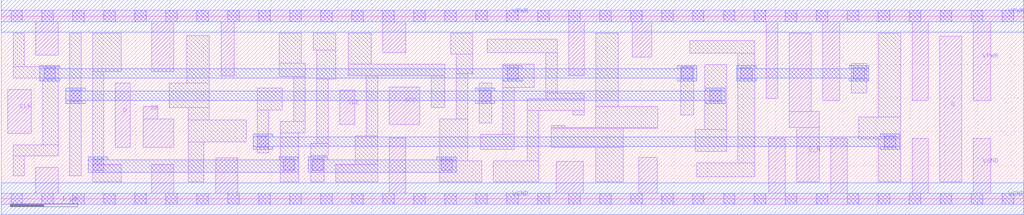
<source format=lef>
# Copyright 2020 The SkyWater PDK Authors
#
# Licensed under the Apache License, Version 2.0 (the "License");
# you may not use this file except in compliance with the License.
# You may obtain a copy of the License at
#
#     https://www.apache.org/licenses/LICENSE-2.0
#
# Unless required by applicable law or agreed to in writing, software
# distributed under the License is distributed on an "AS IS" BASIS,
# WITHOUT WARRANTIES OR CONDITIONS OF ANY KIND, either express or implied.
# See the License for the specific language governing permissions and
# limitations under the License.
#
# SPDX-License-Identifier: Apache-2.0

VERSION 5.7 ;
  NAMESCASESENSITIVE ON ;
  NOWIREEXTENSIONATPIN ON ;
  DIVIDERCHAR "/" ;
  BUSBITCHARS "[]" ;
UNITS
  DATABASE MICRONS 200 ;
END UNITS
MACRO sky130_fd_sc_hd__sedfxbp_2
  CLASS CORE ;
  SOURCE USER ;
  FOREIGN sky130_fd_sc_hd__sedfxbp_2 ;
  ORIGIN  0.000000  0.000000 ;
  SIZE  15.18000 BY  2.720000 ;
  SYMMETRY X Y R90 ;
  SITE unithd ;
  PIN D
    ANTENNAGATEAREA  0.159000 ;
    DIRECTION INPUT ;
    USE SIGNAL ;
    PORT
      LAYER li1 ;
        RECT 1.695000 0.765000 1.915000 1.720000 ;
    END
  END D
  PIN DE
    ANTENNAGATEAREA  0.318000 ;
    DIRECTION INPUT ;
    USE SIGNAL ;
    PORT
      LAYER li1 ;
        RECT 2.110000 0.765000 2.565000 1.185000 ;
        RECT 2.110000 1.185000 2.325000 1.370000 ;
    END
  END DE
  PIN Q
    ANTENNADIFFAREA  0.445500 ;
    DIRECTION OUTPUT ;
    USE SIGNAL ;
    PORT
      LAYER li1 ;
        RECT 13.935000 0.255000 14.265000 2.420000 ;
    END
  END Q
  PIN Q_N
    ANTENNADIFFAREA  0.445500 ;
    DIRECTION OUTPUT ;
    USE SIGNAL ;
    PORT
      LAYER li1 ;
        RECT 11.700000 1.065000 12.145000 1.300000 ;
        RECT 11.700000 1.300000 12.030000 2.465000 ;
        RECT 11.815000 0.255000 12.145000 1.065000 ;
    END
  END Q_N
  PIN SCD
    ANTENNAGATEAREA  0.159000 ;
    DIRECTION INPUT ;
    USE SIGNAL ;
    PORT
      LAYER li1 ;
        RECT 5.760000 1.105000 6.215000 1.665000 ;
    END
  END SCD
  PIN SCE
    ANTENNAGATEAREA  0.318000 ;
    DIRECTION INPUT ;
    USE SIGNAL ;
    PORT
      LAYER li1 ;
        RECT 5.025000 1.105000 5.250000 1.615000 ;
    END
  END SCE
  PIN CLK
    ANTENNAGATEAREA  0.159000 ;
    DIRECTION INPUT ;
    USE CLOCK ;
    PORT
      LAYER li1 ;
        RECT 0.095000 0.975000 0.445000 1.625000 ;
    END
  END CLK
  PIN VGND
    DIRECTION INOUT ;
    SHAPE ABUTMENT ;
    USE GROUND ;
    PORT
      LAYER li1 ;
        RECT  0.000000 -0.085000 15.180000 0.085000 ;
        RECT  0.515000  0.085000  0.845000 0.465000 ;
        RECT  2.235000  0.085000  2.565000 0.515000 ;
        RECT  3.185000  0.085000  3.515000 0.610000 ;
        RECT  5.760000  0.085000  6.010000 0.905000 ;
        RECT  8.245000  0.085000  8.640000 0.560000 ;
        RECT  9.465000  0.085000  9.740000 0.615000 ;
        RECT 11.395000  0.085000 11.645000 0.900000 ;
        RECT 12.315000  0.085000 12.565000 0.900000 ;
        RECT 13.530000  0.085000 13.765000 0.900000 ;
        RECT 14.435000  0.085000 14.695000 0.900000 ;
      LAYER mcon ;
        RECT  0.145000 -0.085000  0.315000 0.085000 ;
        RECT  0.605000 -0.085000  0.775000 0.085000 ;
        RECT  1.065000 -0.085000  1.235000 0.085000 ;
        RECT  1.525000 -0.085000  1.695000 0.085000 ;
        RECT  1.985000 -0.085000  2.155000 0.085000 ;
        RECT  2.445000 -0.085000  2.615000 0.085000 ;
        RECT  2.905000 -0.085000  3.075000 0.085000 ;
        RECT  3.365000 -0.085000  3.535000 0.085000 ;
        RECT  3.825000 -0.085000  3.995000 0.085000 ;
        RECT  4.285000 -0.085000  4.455000 0.085000 ;
        RECT  4.745000 -0.085000  4.915000 0.085000 ;
        RECT  5.205000 -0.085000  5.375000 0.085000 ;
        RECT  5.665000 -0.085000  5.835000 0.085000 ;
        RECT  6.125000 -0.085000  6.295000 0.085000 ;
        RECT  6.585000 -0.085000  6.755000 0.085000 ;
        RECT  7.045000 -0.085000  7.215000 0.085000 ;
        RECT  7.505000 -0.085000  7.675000 0.085000 ;
        RECT  7.965000 -0.085000  8.135000 0.085000 ;
        RECT  8.425000 -0.085000  8.595000 0.085000 ;
        RECT  8.885000 -0.085000  9.055000 0.085000 ;
        RECT  9.345000 -0.085000  9.515000 0.085000 ;
        RECT  9.805000 -0.085000  9.975000 0.085000 ;
        RECT 10.265000 -0.085000 10.435000 0.085000 ;
        RECT 10.725000 -0.085000 10.895000 0.085000 ;
        RECT 11.185000 -0.085000 11.355000 0.085000 ;
        RECT 11.645000 -0.085000 11.815000 0.085000 ;
        RECT 12.105000 -0.085000 12.275000 0.085000 ;
        RECT 12.565000 -0.085000 12.735000 0.085000 ;
        RECT 13.025000 -0.085000 13.195000 0.085000 ;
        RECT 13.485000 -0.085000 13.655000 0.085000 ;
        RECT 13.945000 -0.085000 14.115000 0.085000 ;
        RECT 14.405000 -0.085000 14.575000 0.085000 ;
        RECT 14.865000 -0.085000 15.035000 0.085000 ;
      LAYER met1 ;
        RECT 0.000000 -0.240000 15.180000 0.240000 ;
    END
  END VGND
  PIN VPWR
    DIRECTION INOUT ;
    SHAPE ABUTMENT ;
    USE POWER ;
    PORT
      LAYER li1 ;
        RECT  0.000000 2.635000 15.180000 2.805000 ;
        RECT  0.515000 2.135000  0.845000 2.635000 ;
        RECT  2.235000 1.890000  2.565000 2.635000 ;
        RECT  3.265000 1.825000  3.460000 2.635000 ;
        RECT  5.665000 2.175000  6.010000 2.635000 ;
        RECT  8.425000 1.835000  8.660000 2.635000 ;
        RECT  9.370000 2.105000  9.660000 2.635000 ;
        RECT 11.360000 1.495000 11.530000 2.635000 ;
        RECT 12.200000 1.465000 12.450000 2.635000 ;
        RECT 13.530000 1.465000 13.765000 2.635000 ;
        RECT 14.435000 1.465000 14.695000 2.635000 ;
      LAYER mcon ;
        RECT  0.145000 2.635000  0.315000 2.805000 ;
        RECT  0.605000 2.635000  0.775000 2.805000 ;
        RECT  1.065000 2.635000  1.235000 2.805000 ;
        RECT  1.525000 2.635000  1.695000 2.805000 ;
        RECT  1.985000 2.635000  2.155000 2.805000 ;
        RECT  2.445000 2.635000  2.615000 2.805000 ;
        RECT  2.905000 2.635000  3.075000 2.805000 ;
        RECT  3.365000 2.635000  3.535000 2.805000 ;
        RECT  3.825000 2.635000  3.995000 2.805000 ;
        RECT  4.285000 2.635000  4.455000 2.805000 ;
        RECT  4.745000 2.635000  4.915000 2.805000 ;
        RECT  5.205000 2.635000  5.375000 2.805000 ;
        RECT  5.665000 2.635000  5.835000 2.805000 ;
        RECT  6.125000 2.635000  6.295000 2.805000 ;
        RECT  6.585000 2.635000  6.755000 2.805000 ;
        RECT  7.045000 2.635000  7.215000 2.805000 ;
        RECT  7.505000 2.635000  7.675000 2.805000 ;
        RECT  7.965000 2.635000  8.135000 2.805000 ;
        RECT  8.425000 2.635000  8.595000 2.805000 ;
        RECT  8.885000 2.635000  9.055000 2.805000 ;
        RECT  9.345000 2.635000  9.515000 2.805000 ;
        RECT  9.805000 2.635000  9.975000 2.805000 ;
        RECT 10.265000 2.635000 10.435000 2.805000 ;
        RECT 10.725000 2.635000 10.895000 2.805000 ;
        RECT 11.185000 2.635000 11.355000 2.805000 ;
        RECT 11.645000 2.635000 11.815000 2.805000 ;
        RECT 12.105000 2.635000 12.275000 2.805000 ;
        RECT 12.565000 2.635000 12.735000 2.805000 ;
        RECT 13.025000 2.635000 13.195000 2.805000 ;
        RECT 13.485000 2.635000 13.655000 2.805000 ;
        RECT 13.945000 2.635000 14.115000 2.805000 ;
        RECT 14.405000 2.635000 14.575000 2.805000 ;
        RECT 14.865000 2.635000 15.035000 2.805000 ;
      LAYER met1 ;
        RECT 0.000000 2.480000 15.180000 2.960000 ;
    END
  END VPWR
  OBS
    LAYER li1 ;
      RECT  0.175000 0.345000  0.345000 0.635000 ;
      RECT  0.175000 0.635000  0.845000 0.805000 ;
      RECT  0.175000 1.795000  0.845000 1.965000 ;
      RECT  0.175000 1.965000  0.345000 2.465000 ;
      RECT  0.615000 0.805000  0.845000 1.795000 ;
      RECT  1.015000 0.345000  1.185000 2.465000 ;
      RECT  1.355000 0.255000  1.785000 0.515000 ;
      RECT  1.355000 0.515000  1.525000 1.890000 ;
      RECT  1.355000 1.890000  1.785000 2.465000 ;
      RECT  2.495000 1.355000  3.085000 1.720000 ;
      RECT  2.755000 1.720000  3.085000 2.425000 ;
      RECT  2.780000 0.255000  3.005000 0.845000 ;
      RECT  2.780000 0.845000  3.635000 1.175000 ;
      RECT  2.780000 1.175000  3.085000 1.355000 ;
      RECT  3.805000 0.685000  3.975000 1.320000 ;
      RECT  3.805000 1.320000  4.175000 1.650000 ;
      RECT  4.125000 1.820000  4.515000 2.020000 ;
      RECT  4.125000 2.020000  4.455000 2.465000 ;
      RECT  4.145000 0.255000  4.415000 0.980000 ;
      RECT  4.145000 0.980000  4.515000 1.150000 ;
      RECT  4.345000 1.150000  4.515000 1.820000 ;
      RECT  4.595000 0.255000  4.795000 0.645000 ;
      RECT  4.595000 0.645000  4.855000 0.825000 ;
      RECT  4.635000 2.210000  4.965000 2.465000 ;
      RECT  4.685000 0.825000  4.855000 1.785000 ;
      RECT  4.685000 1.785000  4.965000 2.210000 ;
      RECT  4.965000 0.255000  5.590000 0.515000 ;
      RECT  5.155000 1.835000  6.585000 2.005000 ;
      RECT  5.155000 2.005000  5.495000 2.465000 ;
      RECT  5.260000 0.515000  5.590000 0.935000 ;
      RECT  5.420000 0.935000  5.590000 1.835000 ;
      RECT  6.385000 1.355000  6.585000 1.835000 ;
      RECT  6.515000 0.255000  7.135000 0.565000 ;
      RECT  6.515000 0.565000  6.925000 1.185000 ;
      RECT  6.675000 2.150000  7.005000 2.465000 ;
      RECT  6.755000 1.185000  6.925000 1.865000 ;
      RECT  6.755000 1.865000  7.005000 2.150000 ;
      RECT  7.095000 1.125000  7.280000 1.720000 ;
      RECT  7.115000 0.735000  7.620000 0.955000 ;
      RECT  7.215000 2.175000  8.255000 2.375000 ;
      RECT  7.305000 0.255000  7.980000 0.565000 ;
      RECT  7.450000 0.955000  7.620000 1.655000 ;
      RECT  7.450000 1.655000  7.915000 2.005000 ;
      RECT  7.810000 0.565000  7.980000 1.315000 ;
      RECT  7.810000 1.315000  8.660000 1.485000 ;
      RECT  8.085000 1.485000  8.660000 1.575000 ;
      RECT  8.085000 1.575000  8.255000 2.175000 ;
      RECT  8.170000 0.765000  9.235000 1.045000 ;
      RECT  8.170000 1.045000  9.745000 1.065000 ;
      RECT  8.170000 1.065000  8.370000 1.095000 ;
      RECT  8.490000 1.245000  8.660000 1.315000 ;
      RECT  8.830000 0.255000  9.235000 0.765000 ;
      RECT  8.830000 1.065000  9.745000 1.375000 ;
      RECT  8.830000 1.375000  9.160000 2.465000 ;
      RECT 10.090000 1.245000 10.280000 1.965000 ;
      RECT 10.225000 2.165000 11.190000 2.355000 ;
      RECT 10.305000 0.705000 10.770000 1.035000 ;
      RECT 10.325000 0.330000 11.190000 0.535000 ;
      RECT 10.450000 1.035000 10.770000 1.995000 ;
      RECT 10.940000 0.535000 11.190000 2.165000 ;
      RECT 12.620000 1.575000 12.850000 2.010000 ;
      RECT 12.735000 0.890000 13.360000 1.220000 ;
      RECT 13.020000 0.255000 13.360000 0.890000 ;
      RECT 13.020000 1.220000 13.360000 2.465000 ;
    LAYER mcon ;
      RECT  0.635000 1.785000  0.805000 1.955000 ;
      RECT  1.015000 1.445000  1.185000 1.615000 ;
      RECT  1.355000 0.425000  1.525000 0.595000 ;
      RECT  3.805000 0.765000  3.975000 0.935000 ;
      RECT  4.185000 0.425000  4.355000 0.595000 ;
      RECT  4.615000 0.425000  4.785000 0.595000 ;
      RECT  6.530000 0.425000  6.700000 0.595000 ;
      RECT  7.100000 1.445000  7.270000 1.615000 ;
      RECT  7.510000 1.785000  7.680000 1.955000 ;
      RECT 10.100000 1.785000 10.270000 1.955000 ;
      RECT 10.520000 1.445000 10.690000 1.615000 ;
      RECT 10.980000 1.785000 11.150000 1.955000 ;
      RECT 12.650000 1.785000 12.820000 1.955000 ;
      RECT 13.110000 0.765000 13.280000 0.935000 ;
    LAYER met1 ;
      RECT  0.575000 1.755000  0.865000 1.800000 ;
      RECT  0.575000 1.800000 10.330000 1.940000 ;
      RECT  0.575000 1.940000  0.865000 1.985000 ;
      RECT  0.955000 1.415000  1.245000 1.460000 ;
      RECT  0.955000 1.460000 10.750000 1.600000 ;
      RECT  0.955000 1.600000  1.245000 1.645000 ;
      RECT  1.295000 0.395000  4.415000 0.580000 ;
      RECT  1.295000 0.580000  1.585000 0.625000 ;
      RECT  3.745000 0.735000  4.035000 0.780000 ;
      RECT  3.745000 0.780000 13.340000 0.920000 ;
      RECT  3.745000 0.920000  4.035000 0.965000 ;
      RECT  4.125000 0.580000  4.415000 0.625000 ;
      RECT  4.555000 0.395000  6.760000 0.580000 ;
      RECT  4.555000 0.580000  4.845000 0.625000 ;
      RECT  6.470000 0.580000  6.760000 0.625000 ;
      RECT  7.040000 1.415000  7.330000 1.460000 ;
      RECT  7.040000 1.600000  7.330000 1.645000 ;
      RECT  7.450000 1.755000  7.740000 1.800000 ;
      RECT  7.450000 1.940000  7.740000 1.985000 ;
      RECT 10.040000 1.755000 10.330000 1.800000 ;
      RECT 10.040000 1.940000 10.330000 1.985000 ;
      RECT 10.460000 1.415000 10.750000 1.460000 ;
      RECT 10.460000 1.600000 10.750000 1.645000 ;
      RECT 10.920000 1.755000 11.210000 1.800000 ;
      RECT 10.920000 1.800000 12.880000 1.940000 ;
      RECT 10.920000 1.940000 11.210000 1.985000 ;
      RECT 12.590000 1.755000 12.880000 1.800000 ;
      RECT 12.590000 1.940000 12.880000 1.985000 ;
      RECT 13.050000 0.735000 13.340000 0.780000 ;
      RECT 13.050000 0.920000 13.340000 0.965000 ;
  END
END sky130_fd_sc_hd__sedfxbp_2

</source>
